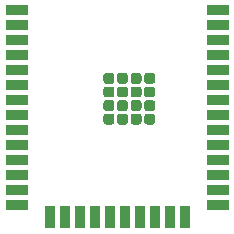
<source format=gbr>
%TF.GenerationSoftware,KiCad,Pcbnew,(5.1.9-0-10_14)*%
%TF.CreationDate,2021-11-06T10:17:33+00:00*%
%TF.ProjectId,USBA,55534241-2e6b-4696-9361-645f70636258,1*%
%TF.SameCoordinates,Original*%
%TF.FileFunction,Paste,Bot*%
%TF.FilePolarity,Positive*%
%FSLAX46Y46*%
G04 Gerber Fmt 4.6, Leading zero omitted, Abs format (unit mm)*
G04 Created by KiCad (PCBNEW (5.1.9-0-10_14)) date 2021-11-06 10:17:33*
%MOMM*%
%LPD*%
G01*
G04 APERTURE LIST*
%ADD10R,1.920000X0.864000*%
%ADD11R,0.864000X1.920000*%
G04 APERTURE END LIST*
%TO.C,U1*%
G36*
G01*
X123550000Y-105832500D02*
X123550000Y-106297500D01*
G75*
G02*
X123317500Y-106530000I-232500J0D01*
G01*
X122852500Y-106530000D01*
G75*
G02*
X122620000Y-106297500I0J232500D01*
G01*
X122620000Y-105832500D01*
G75*
G02*
X122852500Y-105600000I232500J0D01*
G01*
X123317500Y-105600000D01*
G75*
G02*
X123550000Y-105832500I0J-232500D01*
G01*
G37*
G36*
G01*
X124700000Y-109282500D02*
X124700000Y-109747500D01*
G75*
G02*
X124467500Y-109980000I-232500J0D01*
G01*
X124002500Y-109980000D01*
G75*
G02*
X123770000Y-109747500I0J232500D01*
G01*
X123770000Y-109282500D01*
G75*
G02*
X124002500Y-109050000I232500J0D01*
G01*
X124467500Y-109050000D01*
G75*
G02*
X124700000Y-109282500I0J-232500D01*
G01*
G37*
G36*
G01*
X124700000Y-108132500D02*
X124700000Y-108597500D01*
G75*
G02*
X124467500Y-108830000I-232500J0D01*
G01*
X124002500Y-108830000D01*
G75*
G02*
X123770000Y-108597500I0J232500D01*
G01*
X123770000Y-108132500D01*
G75*
G02*
X124002500Y-107900000I232500J0D01*
G01*
X124467500Y-107900000D01*
G75*
G02*
X124700000Y-108132500I0J-232500D01*
G01*
G37*
G36*
G01*
X124700000Y-106982500D02*
X124700000Y-107447500D01*
G75*
G02*
X124467500Y-107680000I-232500J0D01*
G01*
X124002500Y-107680000D01*
G75*
G02*
X123770000Y-107447500I0J232500D01*
G01*
X123770000Y-106982500D01*
G75*
G02*
X124002500Y-106750000I232500J0D01*
G01*
X124467500Y-106750000D01*
G75*
G02*
X124700000Y-106982500I0J-232500D01*
G01*
G37*
G36*
G01*
X124700000Y-105832500D02*
X124700000Y-106297500D01*
G75*
G02*
X124467500Y-106530000I-232500J0D01*
G01*
X124002500Y-106530000D01*
G75*
G02*
X123770000Y-106297500I0J232500D01*
G01*
X123770000Y-105832500D01*
G75*
G02*
X124002500Y-105600000I232500J0D01*
G01*
X124467500Y-105600000D01*
G75*
G02*
X124700000Y-105832500I0J-232500D01*
G01*
G37*
G36*
G01*
X121250000Y-109282500D02*
X121250000Y-109747500D01*
G75*
G02*
X121017500Y-109980000I-232500J0D01*
G01*
X120552500Y-109980000D01*
G75*
G02*
X120320000Y-109747500I0J232500D01*
G01*
X120320000Y-109282500D01*
G75*
G02*
X120552500Y-109050000I232500J0D01*
G01*
X121017500Y-109050000D01*
G75*
G02*
X121250000Y-109282500I0J-232500D01*
G01*
G37*
G36*
G01*
X121250000Y-108132500D02*
X121250000Y-108597500D01*
G75*
G02*
X121017500Y-108830000I-232500J0D01*
G01*
X120552500Y-108830000D01*
G75*
G02*
X120320000Y-108597500I0J232500D01*
G01*
X120320000Y-108132500D01*
G75*
G02*
X120552500Y-107900000I232500J0D01*
G01*
X121017500Y-107900000D01*
G75*
G02*
X121250000Y-108132500I0J-232500D01*
G01*
G37*
G36*
G01*
X121250000Y-106982500D02*
X121250000Y-107447500D01*
G75*
G02*
X121017500Y-107680000I-232500J0D01*
G01*
X120552500Y-107680000D01*
G75*
G02*
X120320000Y-107447500I0J232500D01*
G01*
X120320000Y-106982500D01*
G75*
G02*
X120552500Y-106750000I232500J0D01*
G01*
X121017500Y-106750000D01*
G75*
G02*
X121250000Y-106982500I0J-232500D01*
G01*
G37*
G36*
G01*
X121250000Y-105832500D02*
X121250000Y-106297500D01*
G75*
G02*
X121017500Y-106530000I-232500J0D01*
G01*
X120552500Y-106530000D01*
G75*
G02*
X120320000Y-106297500I0J232500D01*
G01*
X120320000Y-105832500D01*
G75*
G02*
X120552500Y-105600000I232500J0D01*
G01*
X121017500Y-105600000D01*
G75*
G02*
X121250000Y-105832500I0J-232500D01*
G01*
G37*
G36*
G01*
X122400000Y-109282500D02*
X122400000Y-109747500D01*
G75*
G02*
X122167500Y-109980000I-232500J0D01*
G01*
X121702500Y-109980000D01*
G75*
G02*
X121470000Y-109747500I0J232500D01*
G01*
X121470000Y-109282500D01*
G75*
G02*
X121702500Y-109050000I232500J0D01*
G01*
X122167500Y-109050000D01*
G75*
G02*
X122400000Y-109282500I0J-232500D01*
G01*
G37*
G36*
G01*
X122400000Y-108132500D02*
X122400000Y-108597500D01*
G75*
G02*
X122167500Y-108830000I-232500J0D01*
G01*
X121702500Y-108830000D01*
G75*
G02*
X121470000Y-108597500I0J232500D01*
G01*
X121470000Y-108132500D01*
G75*
G02*
X121702500Y-107900000I232500J0D01*
G01*
X122167500Y-107900000D01*
G75*
G02*
X122400000Y-108132500I0J-232500D01*
G01*
G37*
G36*
G01*
X122400000Y-106982500D02*
X122400000Y-107447500D01*
G75*
G02*
X122167500Y-107680000I-232500J0D01*
G01*
X121702500Y-107680000D01*
G75*
G02*
X121470000Y-107447500I0J232500D01*
G01*
X121470000Y-106982500D01*
G75*
G02*
X121702500Y-106750000I232500J0D01*
G01*
X122167500Y-106750000D01*
G75*
G02*
X122400000Y-106982500I0J-232500D01*
G01*
G37*
G36*
G01*
X122400000Y-105832500D02*
X122400000Y-106297500D01*
G75*
G02*
X122167500Y-106530000I-232500J0D01*
G01*
X121702500Y-106530000D01*
G75*
G02*
X121470000Y-106297500I0J232500D01*
G01*
X121470000Y-105832500D01*
G75*
G02*
X121702500Y-105600000I232500J0D01*
G01*
X122167500Y-105600000D01*
G75*
G02*
X122400000Y-105832500I0J-232500D01*
G01*
G37*
G36*
G01*
X123550000Y-109282500D02*
X123550000Y-109747500D01*
G75*
G02*
X123317500Y-109980000I-232500J0D01*
G01*
X122852500Y-109980000D01*
G75*
G02*
X122620000Y-109747500I0J232500D01*
G01*
X122620000Y-109282500D01*
G75*
G02*
X122852500Y-109050000I232500J0D01*
G01*
X123317500Y-109050000D01*
G75*
G02*
X123550000Y-109282500I0J-232500D01*
G01*
G37*
G36*
G01*
X123550000Y-108132500D02*
X123550000Y-108597500D01*
G75*
G02*
X123317500Y-108830000I-232500J0D01*
G01*
X122852500Y-108830000D01*
G75*
G02*
X122620000Y-108597500I0J232500D01*
G01*
X122620000Y-108132500D01*
G75*
G02*
X122852500Y-107900000I232500J0D01*
G01*
X123317500Y-107900000D01*
G75*
G02*
X123550000Y-108132500I0J-232500D01*
G01*
G37*
G36*
G01*
X123550000Y-106982500D02*
X123550000Y-107447500D01*
G75*
G02*
X123317500Y-107680000I-232500J0D01*
G01*
X122852500Y-107680000D01*
G75*
G02*
X122620000Y-107447500I0J232500D01*
G01*
X122620000Y-106982500D01*
G75*
G02*
X122852500Y-106750000I232500J0D01*
G01*
X123317500Y-106750000D01*
G75*
G02*
X123550000Y-106982500I0J-232500D01*
G01*
G37*
D10*
X113000000Y-100295000D03*
X113000000Y-101565000D03*
X113000000Y-102835000D03*
X113000000Y-104105000D03*
X113000000Y-105375000D03*
X113000000Y-106645000D03*
X113000000Y-107915000D03*
X113000000Y-109185000D03*
X113000000Y-110455000D03*
X113000000Y-111725000D03*
X113000000Y-112995000D03*
X113000000Y-114265000D03*
X113000000Y-115535000D03*
X113000000Y-116805000D03*
D11*
X115785000Y-117805000D03*
X117055000Y-117805000D03*
X118325000Y-117805000D03*
X119595000Y-117805000D03*
X120865000Y-117805000D03*
X122135000Y-117805000D03*
X123405000Y-117805000D03*
X124675000Y-117805000D03*
X125945000Y-117805000D03*
X127215000Y-117805000D03*
D10*
X130000000Y-116805000D03*
X130000000Y-115535000D03*
X130000000Y-114265000D03*
X130000000Y-112995000D03*
X130000000Y-111725000D03*
X130000000Y-110455000D03*
X130000000Y-109185000D03*
X130000000Y-107915000D03*
X130000000Y-106645000D03*
X130000000Y-105375000D03*
X130000000Y-104105000D03*
X130000000Y-102835000D03*
X130000000Y-101565000D03*
X130000000Y-100295000D03*
%TD*%
M02*

</source>
